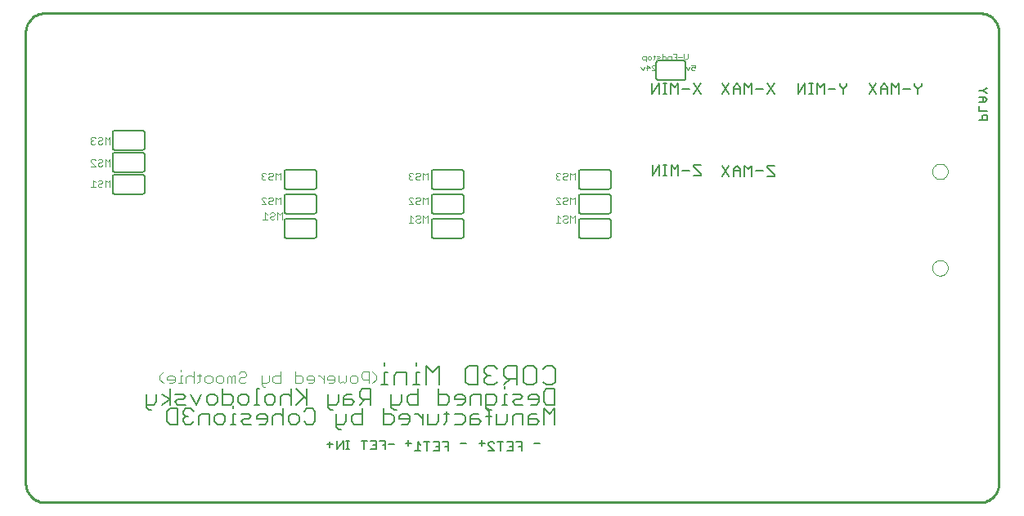
<source format=gbo>
G75*
G70*
%OFA0B0*%
%FSLAX24Y24*%
%IPPOS*%
%LPD*%
%AMOC8*
5,1,8,0,0,1.08239X$1,22.5*
%
%ADD10C,0.0100*%
%ADD11C,0.0070*%
%ADD12C,0.0020*%
%ADD13C,0.0050*%
%ADD14C,0.0040*%
%ADD15C,0.0060*%
%ADD16C,0.0000*%
D10*
X002785Y001429D02*
X002785Y019835D01*
X002787Y019889D01*
X002792Y019942D01*
X002801Y019995D01*
X002814Y020047D01*
X002830Y020099D01*
X002850Y020149D01*
X002873Y020197D01*
X002900Y020244D01*
X002929Y020289D01*
X002962Y020332D01*
X002997Y020372D01*
X003035Y020410D01*
X003075Y020445D01*
X003118Y020478D01*
X003163Y020507D01*
X003210Y020534D01*
X003258Y020557D01*
X003308Y020577D01*
X003360Y020593D01*
X003412Y020606D01*
X003465Y020615D01*
X003518Y020620D01*
X003572Y020622D01*
X041663Y020622D01*
X041717Y020620D01*
X041770Y020615D01*
X041823Y020606D01*
X041875Y020593D01*
X041927Y020577D01*
X041977Y020557D01*
X042025Y020534D01*
X042072Y020507D01*
X042117Y020478D01*
X042160Y020445D01*
X042200Y020410D01*
X042238Y020372D01*
X042273Y020332D01*
X042306Y020289D01*
X042335Y020244D01*
X042362Y020197D01*
X042385Y020149D01*
X042405Y020099D01*
X042421Y020047D01*
X042434Y019995D01*
X042443Y019942D01*
X042448Y019889D01*
X042450Y019835D01*
X042450Y001429D01*
X042448Y001375D01*
X042443Y001322D01*
X042434Y001269D01*
X042421Y001217D01*
X042405Y001165D01*
X042385Y001115D01*
X042362Y001067D01*
X042335Y001020D01*
X042306Y000975D01*
X042273Y000932D01*
X042238Y000892D01*
X042200Y000854D01*
X042160Y000819D01*
X042117Y000786D01*
X042072Y000757D01*
X042025Y000730D01*
X041977Y000707D01*
X041927Y000687D01*
X041875Y000671D01*
X041823Y000658D01*
X041770Y000649D01*
X041717Y000644D01*
X041663Y000642D01*
X003572Y000642D01*
X003518Y000644D01*
X003465Y000649D01*
X003412Y000658D01*
X003360Y000671D01*
X003308Y000687D01*
X003258Y000707D01*
X003210Y000730D01*
X003163Y000757D01*
X003118Y000786D01*
X003075Y000819D01*
X003035Y000854D01*
X002997Y000892D01*
X002962Y000932D01*
X002929Y000975D01*
X002900Y001020D01*
X002873Y001067D01*
X002850Y001115D01*
X002830Y001165D01*
X002814Y001217D01*
X002801Y001269D01*
X002792Y001322D01*
X002787Y001375D01*
X002785Y001429D01*
D11*
X017262Y005441D02*
X017526Y005441D01*
X017394Y005441D02*
X017394Y005968D01*
X017526Y005968D01*
X017394Y006232D02*
X017394Y006364D01*
X017922Y005968D02*
X017791Y005836D01*
X017791Y005441D01*
X018318Y005441D02*
X018318Y005968D01*
X017922Y005968D01*
X018714Y005968D02*
X018714Y005441D01*
X018846Y005441D02*
X018582Y005441D01*
X019110Y005441D02*
X019110Y006232D01*
X019374Y005968D01*
X019637Y006232D01*
X019637Y005441D01*
X020694Y005573D02*
X020826Y005441D01*
X021221Y005441D01*
X021221Y006232D01*
X020826Y006232D01*
X020694Y006100D01*
X020694Y005573D01*
X021486Y005573D02*
X021618Y005441D01*
X021881Y005441D01*
X022013Y005573D01*
X022278Y005441D02*
X022541Y005705D01*
X022410Y005705D02*
X022805Y005705D01*
X023070Y005573D02*
X023070Y006100D01*
X023202Y006232D01*
X023465Y006232D01*
X023597Y006100D01*
X023597Y005573D01*
X023465Y005441D01*
X023202Y005441D01*
X023070Y005573D01*
X022805Y005441D02*
X022805Y006232D01*
X022410Y006232D01*
X022278Y006100D01*
X022278Y005836D01*
X022410Y005705D01*
X022013Y006100D02*
X021881Y006232D01*
X021618Y006232D01*
X021486Y006100D01*
X021486Y005968D01*
X021618Y005836D01*
X021486Y005705D01*
X021486Y005573D01*
X021618Y005836D02*
X021750Y005836D01*
X023862Y005573D02*
X023993Y005441D01*
X024257Y005441D01*
X024389Y005573D01*
X024389Y006100D01*
X024257Y006232D01*
X023993Y006232D01*
X023862Y006100D01*
X018846Y005968D02*
X018714Y005968D01*
X018714Y006232D02*
X018714Y006364D01*
X028329Y013982D02*
X028329Y014412D01*
X028616Y014412D02*
X028329Y013982D01*
X028616Y013982D02*
X028616Y014412D01*
X028779Y014412D02*
X028923Y014412D01*
X028851Y014412D02*
X028851Y013982D01*
X028923Y013982D02*
X028779Y013982D01*
X029096Y013982D02*
X029096Y014412D01*
X029240Y014269D01*
X029383Y014412D01*
X029383Y013982D01*
X029557Y014197D02*
X029844Y014197D01*
X030017Y014340D02*
X030304Y014054D01*
X030304Y013982D01*
X030017Y013982D01*
X030017Y014340D02*
X030017Y014412D01*
X030304Y014412D01*
X031167Y014393D02*
X031453Y013963D01*
X031627Y013963D02*
X031627Y014250D01*
X031770Y014393D01*
X031914Y014250D01*
X031914Y013963D01*
X032087Y013963D02*
X032087Y014393D01*
X032231Y014250D01*
X032374Y014393D01*
X032374Y013963D01*
X032548Y014178D02*
X032835Y014178D01*
X033008Y014322D02*
X033295Y014035D01*
X033295Y013963D01*
X033008Y013963D01*
X033008Y014322D02*
X033008Y014393D01*
X033295Y014393D01*
X031914Y014178D02*
X031627Y014178D01*
X031453Y014393D02*
X031167Y013963D01*
X031167Y017313D02*
X031453Y017743D01*
X031627Y017600D02*
X031627Y017313D01*
X031453Y017313D02*
X031167Y017743D01*
X031627Y017600D02*
X031770Y017743D01*
X031914Y017600D01*
X031914Y017313D01*
X032087Y017313D02*
X032087Y017743D01*
X032231Y017600D01*
X032374Y017743D01*
X032374Y017313D01*
X032548Y017528D02*
X032835Y017528D01*
X033008Y017313D02*
X033295Y017743D01*
X033008Y017743D02*
X033295Y017313D01*
X034270Y017313D02*
X034270Y017743D01*
X034557Y017743D02*
X034270Y017313D01*
X034557Y017313D02*
X034557Y017743D01*
X034720Y017743D02*
X034864Y017743D01*
X034792Y017743D02*
X034792Y017313D01*
X034864Y017313D02*
X034720Y017313D01*
X035037Y017313D02*
X035037Y017743D01*
X035181Y017600D01*
X035324Y017743D01*
X035324Y017313D01*
X035498Y017528D02*
X035785Y017528D01*
X035958Y017672D02*
X036102Y017528D01*
X036102Y017313D01*
X036102Y017528D02*
X036245Y017672D01*
X036245Y017743D01*
X035958Y017743D02*
X035958Y017672D01*
X037167Y017743D02*
X037453Y017313D01*
X037627Y017313D02*
X037627Y017600D01*
X037770Y017743D01*
X037914Y017600D01*
X037914Y017313D01*
X038087Y017313D02*
X038087Y017743D01*
X038231Y017600D01*
X038374Y017743D01*
X038374Y017313D01*
X038548Y017528D02*
X038835Y017528D01*
X039008Y017672D02*
X039008Y017743D01*
X039008Y017672D02*
X039152Y017528D01*
X039152Y017313D01*
X039152Y017528D02*
X039295Y017672D01*
X039295Y017743D01*
X037914Y017528D02*
X037627Y017528D01*
X037453Y017743D02*
X037167Y017313D01*
X041656Y017202D02*
X041877Y017202D01*
X041987Y017092D01*
X041877Y016982D01*
X041656Y016982D01*
X041656Y016834D02*
X041656Y016613D01*
X041987Y016613D01*
X041932Y016465D02*
X041821Y016465D01*
X041766Y016410D01*
X041766Y016245D01*
X041656Y016245D02*
X041987Y016245D01*
X041987Y016410D01*
X041932Y016465D01*
X041821Y016982D02*
X041821Y017202D01*
X041932Y017350D02*
X041821Y017460D01*
X041656Y017460D01*
X041821Y017460D02*
X041932Y017570D01*
X041987Y017570D01*
X041987Y017350D02*
X041932Y017350D01*
X031914Y017528D02*
X031627Y017528D01*
X030295Y017313D02*
X030008Y017743D01*
X029835Y017528D02*
X029548Y017528D01*
X029374Y017313D02*
X029374Y017743D01*
X029231Y017600D01*
X029087Y017743D01*
X029087Y017313D01*
X028914Y017313D02*
X028770Y017313D01*
X028842Y017313D02*
X028842Y017743D01*
X028914Y017743D02*
X028770Y017743D01*
X028607Y017743D02*
X028320Y017313D01*
X028320Y017743D01*
X028607Y017743D02*
X028607Y017313D01*
X030008Y017313D02*
X030295Y017743D01*
D12*
X030033Y018285D02*
X030070Y018321D01*
X030033Y018285D02*
X029960Y018285D01*
X029923Y018321D01*
X029923Y018395D01*
X029960Y018432D01*
X029997Y018432D01*
X030070Y018395D01*
X030070Y018505D01*
X029923Y018505D01*
X029849Y018432D02*
X029776Y018285D01*
X029702Y018432D01*
X029684Y018722D02*
X029611Y018796D01*
X029611Y018942D01*
X029537Y018832D02*
X029390Y018832D01*
X029316Y018832D02*
X029242Y018832D01*
X029316Y018722D02*
X029169Y018722D01*
X029095Y018722D02*
X029095Y018869D01*
X028984Y018869D01*
X028948Y018832D01*
X028948Y018722D01*
X028874Y018759D02*
X028874Y018832D01*
X028837Y018869D01*
X028727Y018869D01*
X028727Y018942D02*
X028727Y018722D01*
X028837Y018722D01*
X028874Y018759D01*
X028653Y018722D02*
X028542Y018722D01*
X028506Y018759D01*
X028542Y018796D01*
X028616Y018796D01*
X028653Y018832D01*
X028616Y018869D01*
X028506Y018869D01*
X028432Y018869D02*
X028358Y018869D01*
X028395Y018906D02*
X028395Y018759D01*
X028358Y018722D01*
X028284Y018759D02*
X028248Y018722D01*
X028174Y018722D01*
X028137Y018759D01*
X028137Y018832D01*
X028174Y018869D01*
X028248Y018869D01*
X028284Y018832D01*
X028284Y018759D01*
X028063Y018722D02*
X027953Y018722D01*
X027916Y018759D01*
X027916Y018832D01*
X027953Y018869D01*
X028063Y018869D01*
X028063Y018649D01*
X028114Y018505D02*
X028224Y018395D01*
X028077Y018395D01*
X028003Y018432D02*
X027930Y018285D01*
X027856Y018432D01*
X028114Y018505D02*
X028114Y018285D01*
X028298Y018285D02*
X028445Y018285D01*
X028298Y018432D01*
X028298Y018468D01*
X028335Y018505D01*
X028408Y018505D01*
X028445Y018468D01*
X029316Y018722D02*
X029316Y018942D01*
X029169Y018942D01*
X029684Y018722D02*
X029758Y018796D01*
X029758Y018942D01*
D13*
X021376Y003179D02*
X021376Y002946D01*
X021493Y003062D02*
X021259Y003062D01*
X021654Y003054D02*
X021712Y003113D01*
X021829Y003113D01*
X021888Y003054D01*
X022022Y003113D02*
X022256Y003113D01*
X022139Y003113D02*
X022139Y002762D01*
X021888Y002762D02*
X021654Y002996D01*
X021654Y003054D01*
X021654Y002762D02*
X021888Y002762D01*
X022391Y002762D02*
X022624Y002762D01*
X022624Y003113D01*
X022391Y003113D01*
X022507Y002937D02*
X022624Y002937D01*
X022759Y003113D02*
X022993Y003113D01*
X022993Y002762D01*
X022993Y002937D02*
X022876Y002937D01*
X023509Y003062D02*
X023743Y003062D01*
X020743Y003062D02*
X020509Y003062D01*
X019993Y003113D02*
X019993Y002762D01*
X019993Y002937D02*
X019876Y002937D01*
X019993Y003113D02*
X019759Y003113D01*
X019624Y003113D02*
X019624Y002762D01*
X019391Y002762D01*
X019507Y002937D02*
X019624Y002937D01*
X019624Y003113D02*
X019391Y003113D01*
X019256Y003113D02*
X019022Y003113D01*
X019139Y003113D02*
X019139Y002762D01*
X018888Y002762D02*
X018654Y002762D01*
X018771Y002762D02*
X018771Y003113D01*
X018888Y002996D01*
X018493Y003062D02*
X018259Y003062D01*
X018376Y002946D02*
X018376Y003179D01*
X017793Y003012D02*
X017559Y003012D01*
X017443Y002987D02*
X017326Y002987D01*
X017443Y002812D02*
X017443Y003163D01*
X017209Y003163D01*
X017074Y003163D02*
X017074Y002812D01*
X016841Y002812D01*
X016957Y002987D02*
X017074Y002987D01*
X017074Y003163D02*
X016841Y003163D01*
X016706Y003163D02*
X016472Y003163D01*
X016589Y003163D02*
X016589Y002812D01*
X015969Y002812D02*
X015852Y002812D01*
X015911Y002812D02*
X015911Y003163D01*
X015969Y003163D02*
X015852Y003163D01*
X015724Y003163D02*
X015490Y002812D01*
X015490Y003163D01*
X015724Y003163D02*
X015724Y002812D01*
X015293Y003012D02*
X015059Y003012D01*
X015176Y002896D02*
X015176Y003129D01*
D14*
X012545Y005366D02*
X012469Y005366D01*
X012392Y005443D01*
X012392Y005827D01*
X012699Y005827D02*
X012699Y005597D01*
X012622Y005520D01*
X012392Y005520D01*
X012852Y005597D02*
X012852Y005750D01*
X012929Y005827D01*
X013159Y005827D01*
X013159Y005980D02*
X013159Y005520D01*
X012929Y005520D01*
X012852Y005597D01*
X013773Y005520D02*
X013773Y005980D01*
X013773Y005827D02*
X014003Y005827D01*
X014080Y005750D01*
X014080Y005597D01*
X014003Y005520D01*
X013773Y005520D01*
X014233Y005673D02*
X014233Y005750D01*
X014310Y005827D01*
X014464Y005827D01*
X014540Y005750D01*
X014540Y005597D01*
X014464Y005520D01*
X014310Y005520D01*
X014233Y005673D02*
X014540Y005673D01*
X014694Y005827D02*
X014771Y005827D01*
X014924Y005673D01*
X014924Y005520D02*
X014924Y005827D01*
X015077Y005750D02*
X015077Y005673D01*
X015384Y005673D01*
X015384Y005597D02*
X015384Y005750D01*
X015308Y005827D01*
X015154Y005827D01*
X015077Y005750D01*
X015154Y005520D02*
X015308Y005520D01*
X015384Y005597D01*
X015538Y005597D02*
X015538Y005827D01*
X015538Y005597D02*
X015615Y005520D01*
X015691Y005597D01*
X015768Y005520D01*
X015845Y005597D01*
X015845Y005827D01*
X015998Y005750D02*
X016075Y005827D01*
X016228Y005827D01*
X016305Y005750D01*
X016305Y005597D01*
X016228Y005520D01*
X016075Y005520D01*
X015998Y005597D01*
X015998Y005750D01*
X016459Y005750D02*
X016535Y005673D01*
X016766Y005673D01*
X016766Y005520D02*
X016766Y005980D01*
X016535Y005980D01*
X016459Y005903D01*
X016459Y005750D01*
X016919Y005980D02*
X017073Y005827D01*
X017073Y005673D01*
X016919Y005520D01*
X011778Y005597D02*
X011701Y005520D01*
X011548Y005520D01*
X011471Y005597D01*
X011471Y005673D01*
X011548Y005750D01*
X011701Y005750D01*
X011778Y005827D01*
X011778Y005903D01*
X011701Y005980D01*
X011548Y005980D01*
X011471Y005903D01*
X011318Y005827D02*
X011241Y005827D01*
X011164Y005750D01*
X011087Y005827D01*
X011011Y005750D01*
X011011Y005520D01*
X011164Y005520D02*
X011164Y005750D01*
X011318Y005827D02*
X011318Y005520D01*
X010857Y005597D02*
X010857Y005750D01*
X010780Y005827D01*
X010627Y005827D01*
X010550Y005750D01*
X010550Y005597D01*
X010627Y005520D01*
X010780Y005520D01*
X010857Y005597D01*
X010397Y005597D02*
X010397Y005750D01*
X010320Y005827D01*
X010167Y005827D01*
X010090Y005750D01*
X010090Y005597D01*
X010167Y005520D01*
X010320Y005520D01*
X010397Y005597D01*
X009936Y005827D02*
X009783Y005827D01*
X009860Y005903D02*
X009860Y005597D01*
X009783Y005520D01*
X009629Y005520D02*
X009629Y005980D01*
X009553Y005827D02*
X009399Y005827D01*
X009323Y005750D01*
X009323Y005520D01*
X009169Y005520D02*
X009016Y005520D01*
X009092Y005520D02*
X009092Y005827D01*
X009169Y005827D01*
X009092Y005980D02*
X009092Y006057D01*
X008785Y005827D02*
X008632Y005827D01*
X008555Y005750D01*
X008555Y005673D01*
X008862Y005673D01*
X008862Y005597D02*
X008862Y005750D01*
X008785Y005827D01*
X008862Y005597D02*
X008785Y005520D01*
X008632Y005520D01*
X008402Y005520D02*
X008248Y005673D01*
X008248Y005827D01*
X008402Y005980D01*
X009553Y005827D02*
X009629Y005750D01*
X018392Y012073D02*
X018578Y012073D01*
X018485Y012073D02*
X018485Y012353D01*
X018578Y012260D01*
X018686Y012307D02*
X018733Y012353D01*
X018826Y012353D01*
X018873Y012307D01*
X018873Y012260D01*
X018826Y012213D01*
X018733Y012213D01*
X018686Y012166D01*
X018686Y012120D01*
X018733Y012073D01*
X018826Y012073D01*
X018873Y012120D01*
X018981Y012073D02*
X018981Y012353D01*
X019074Y012260D01*
X019168Y012353D01*
X019168Y012073D01*
X019168Y012823D02*
X019168Y013103D01*
X019074Y013010D01*
X018981Y013103D01*
X018981Y012823D01*
X018873Y012870D02*
X018826Y012823D01*
X018733Y012823D01*
X018686Y012870D01*
X018686Y012916D01*
X018733Y012963D01*
X018826Y012963D01*
X018873Y013010D01*
X018873Y013057D01*
X018826Y013103D01*
X018733Y013103D01*
X018686Y013057D01*
X018578Y013057D02*
X018532Y013103D01*
X018438Y013103D01*
X018392Y013057D01*
X018392Y013010D01*
X018578Y012823D01*
X018392Y012823D01*
X018438Y013823D02*
X018532Y013823D01*
X018578Y013870D01*
X018686Y013870D02*
X018733Y013823D01*
X018826Y013823D01*
X018873Y013870D01*
X018826Y013963D02*
X018733Y013963D01*
X018686Y013916D01*
X018686Y013870D01*
X018826Y013963D02*
X018873Y014010D01*
X018873Y014057D01*
X018826Y014103D01*
X018733Y014103D01*
X018686Y014057D01*
X018578Y014057D02*
X018532Y014103D01*
X018438Y014103D01*
X018392Y014057D01*
X018392Y014010D01*
X018438Y013963D01*
X018392Y013916D01*
X018392Y013870D01*
X018438Y013823D01*
X018438Y013963D02*
X018485Y013963D01*
X018981Y014103D02*
X018981Y013823D01*
X019168Y013823D02*
X019168Y014103D01*
X019074Y014010D01*
X018981Y014103D01*
X024392Y014057D02*
X024392Y014010D01*
X024438Y013963D01*
X024392Y013916D01*
X024392Y013870D01*
X024438Y013823D01*
X024532Y013823D01*
X024578Y013870D01*
X024686Y013870D02*
X024686Y013916D01*
X024733Y013963D01*
X024826Y013963D01*
X024873Y014010D01*
X024873Y014057D01*
X024826Y014103D01*
X024733Y014103D01*
X024686Y014057D01*
X024578Y014057D02*
X024532Y014103D01*
X024438Y014103D01*
X024392Y014057D01*
X024438Y013963D02*
X024485Y013963D01*
X024686Y013870D02*
X024733Y013823D01*
X024826Y013823D01*
X024873Y013870D01*
X024981Y013823D02*
X024981Y014103D01*
X025074Y014010D01*
X025168Y014103D01*
X025168Y013823D01*
X025168Y013103D02*
X025074Y013010D01*
X024981Y013103D01*
X024981Y012823D01*
X024873Y012870D02*
X024826Y012823D01*
X024733Y012823D01*
X024686Y012870D01*
X024686Y012916D01*
X024733Y012963D01*
X024826Y012963D01*
X024873Y013010D01*
X024873Y013057D01*
X024826Y013103D01*
X024733Y013103D01*
X024686Y013057D01*
X024578Y013057D02*
X024532Y013103D01*
X024438Y013103D01*
X024392Y013057D01*
X024392Y013010D01*
X024578Y012823D01*
X024392Y012823D01*
X024485Y012353D02*
X024485Y012073D01*
X024578Y012073D02*
X024392Y012073D01*
X024578Y012260D02*
X024485Y012353D01*
X024686Y012307D02*
X024733Y012353D01*
X024826Y012353D01*
X024873Y012307D01*
X024873Y012260D01*
X024826Y012213D01*
X024733Y012213D01*
X024686Y012166D01*
X024686Y012120D01*
X024733Y012073D01*
X024826Y012073D01*
X024873Y012120D01*
X024981Y012073D02*
X024981Y012353D01*
X025074Y012260D01*
X025168Y012353D01*
X025168Y012073D01*
X025168Y012823D02*
X025168Y013103D01*
X013230Y012478D02*
X013137Y012385D01*
X013043Y012478D01*
X013043Y012198D01*
X012936Y012245D02*
X012889Y012198D01*
X012795Y012198D01*
X012749Y012245D01*
X012749Y012291D01*
X012795Y012338D01*
X012889Y012338D01*
X012936Y012385D01*
X012936Y012432D01*
X012889Y012478D01*
X012795Y012478D01*
X012749Y012432D01*
X012641Y012385D02*
X012547Y012478D01*
X012547Y012198D01*
X012454Y012198D02*
X012641Y012198D01*
X013230Y012198D02*
X013230Y012478D01*
X013168Y012823D02*
X013168Y013103D01*
X013074Y013010D01*
X012981Y013103D01*
X012981Y012823D01*
X012873Y012870D02*
X012826Y012823D01*
X012733Y012823D01*
X012686Y012870D01*
X012686Y012916D01*
X012733Y012963D01*
X012826Y012963D01*
X012873Y013010D01*
X012873Y013057D01*
X012826Y013103D01*
X012733Y013103D01*
X012686Y013057D01*
X012578Y013057D02*
X012532Y013103D01*
X012438Y013103D01*
X012392Y013057D01*
X012392Y013010D01*
X012578Y012823D01*
X012392Y012823D01*
X012438Y013823D02*
X012532Y013823D01*
X012578Y013870D01*
X012686Y013870D02*
X012733Y013823D01*
X012826Y013823D01*
X012873Y013870D01*
X012826Y013963D02*
X012733Y013963D01*
X012686Y013916D01*
X012686Y013870D01*
X012826Y013963D02*
X012873Y014010D01*
X012873Y014057D01*
X012826Y014103D01*
X012733Y014103D01*
X012686Y014057D01*
X012578Y014057D02*
X012532Y014103D01*
X012438Y014103D01*
X012392Y014057D01*
X012392Y014010D01*
X012438Y013963D01*
X012392Y013916D01*
X012392Y013870D01*
X012438Y013823D01*
X012438Y013963D02*
X012485Y013963D01*
X012981Y014103D02*
X012981Y013823D01*
X013168Y013823D02*
X013168Y014103D01*
X013074Y014010D01*
X012981Y014103D01*
X006218Y014373D02*
X006218Y014653D01*
X006124Y014560D01*
X006031Y014653D01*
X006031Y014373D01*
X005923Y014420D02*
X005876Y014373D01*
X005783Y014373D01*
X005736Y014420D01*
X005736Y014466D01*
X005783Y014513D01*
X005876Y014513D01*
X005923Y014560D01*
X005923Y014607D01*
X005876Y014653D01*
X005783Y014653D01*
X005736Y014607D01*
X005628Y014607D02*
X005582Y014653D01*
X005488Y014653D01*
X005442Y014607D01*
X005442Y014560D01*
X005628Y014373D01*
X005442Y014373D01*
X005535Y013803D02*
X005535Y013523D01*
X005628Y013523D02*
X005442Y013523D01*
X005628Y013710D02*
X005535Y013803D01*
X005736Y013757D02*
X005783Y013803D01*
X005876Y013803D01*
X005923Y013757D01*
X005923Y013710D01*
X005876Y013663D01*
X005783Y013663D01*
X005736Y013616D01*
X005736Y013570D01*
X005783Y013523D01*
X005876Y013523D01*
X005923Y013570D01*
X006031Y013523D02*
X006031Y013803D01*
X006124Y013710D01*
X006218Y013803D01*
X006218Y013523D01*
X006218Y015273D02*
X006218Y015553D01*
X006124Y015460D01*
X006031Y015553D01*
X006031Y015273D01*
X005923Y015320D02*
X005876Y015273D01*
X005783Y015273D01*
X005736Y015320D01*
X005736Y015366D01*
X005783Y015413D01*
X005876Y015413D01*
X005923Y015460D01*
X005923Y015507D01*
X005876Y015553D01*
X005783Y015553D01*
X005736Y015507D01*
X005628Y015507D02*
X005582Y015553D01*
X005488Y015553D01*
X005442Y015507D01*
X005442Y015460D01*
X005488Y015413D01*
X005442Y015366D01*
X005442Y015320D01*
X005488Y015273D01*
X005582Y015273D01*
X005628Y015320D01*
X005535Y015413D02*
X005488Y015413D01*
D15*
X006330Y015137D02*
X006330Y015737D01*
X006332Y015754D01*
X006336Y015771D01*
X006343Y015787D01*
X006353Y015801D01*
X006366Y015814D01*
X006380Y015824D01*
X006396Y015831D01*
X006413Y015835D01*
X006430Y015837D01*
X007530Y015837D01*
X007547Y015835D01*
X007564Y015831D01*
X007580Y015824D01*
X007594Y015814D01*
X007607Y015801D01*
X007617Y015787D01*
X007624Y015771D01*
X007628Y015754D01*
X007630Y015737D01*
X007630Y015137D01*
X007628Y015120D01*
X007624Y015103D01*
X007617Y015087D01*
X007607Y015073D01*
X007594Y015060D01*
X007580Y015050D01*
X007564Y015043D01*
X007547Y015039D01*
X007530Y015037D01*
X006430Y015037D01*
X006430Y014937D02*
X007530Y014937D01*
X007547Y014935D01*
X007564Y014931D01*
X007580Y014924D01*
X007594Y014914D01*
X007607Y014901D01*
X007617Y014887D01*
X007624Y014871D01*
X007628Y014854D01*
X007630Y014837D01*
X007630Y014237D01*
X007628Y014220D01*
X007624Y014203D01*
X007617Y014187D01*
X007607Y014173D01*
X007594Y014160D01*
X007580Y014150D01*
X007564Y014143D01*
X007547Y014139D01*
X007530Y014137D01*
X006430Y014137D01*
X006430Y014037D02*
X007530Y014037D01*
X007547Y014035D01*
X007564Y014031D01*
X007580Y014024D01*
X007594Y014014D01*
X007607Y014001D01*
X007617Y013987D01*
X007624Y013971D01*
X007628Y013954D01*
X007630Y013937D01*
X007630Y013337D01*
X007628Y013320D01*
X007624Y013303D01*
X007617Y013287D01*
X007607Y013273D01*
X007594Y013260D01*
X007580Y013250D01*
X007564Y013243D01*
X007547Y013239D01*
X007530Y013237D01*
X006430Y013237D01*
X006413Y013239D01*
X006396Y013243D01*
X006380Y013250D01*
X006366Y013260D01*
X006353Y013273D01*
X006343Y013287D01*
X006336Y013303D01*
X006332Y013320D01*
X006330Y013337D01*
X006330Y013937D01*
X006332Y013954D01*
X006336Y013971D01*
X006343Y013987D01*
X006353Y014001D01*
X006366Y014014D01*
X006380Y014024D01*
X006396Y014031D01*
X006413Y014035D01*
X006430Y014037D01*
X006430Y014137D02*
X006413Y014139D01*
X006396Y014143D01*
X006380Y014150D01*
X006366Y014160D01*
X006353Y014173D01*
X006343Y014187D01*
X006336Y014203D01*
X006332Y014220D01*
X006330Y014237D01*
X006330Y014837D01*
X006332Y014854D01*
X006336Y014871D01*
X006343Y014887D01*
X006353Y014901D01*
X006366Y014914D01*
X006380Y014924D01*
X006396Y014931D01*
X006413Y014935D01*
X006430Y014937D01*
X006430Y015037D02*
X006413Y015039D01*
X006396Y015043D01*
X006380Y015050D01*
X006366Y015060D01*
X006353Y015073D01*
X006343Y015087D01*
X006336Y015103D01*
X006332Y015120D01*
X006330Y015137D01*
X013330Y014137D02*
X013330Y013537D01*
X013332Y013520D01*
X013336Y013503D01*
X013343Y013487D01*
X013353Y013473D01*
X013366Y013460D01*
X013380Y013450D01*
X013396Y013443D01*
X013413Y013439D01*
X013430Y013437D01*
X014530Y013437D01*
X014547Y013439D01*
X014564Y013443D01*
X014580Y013450D01*
X014594Y013460D01*
X014607Y013473D01*
X014617Y013487D01*
X014624Y013503D01*
X014628Y013520D01*
X014630Y013537D01*
X014630Y014137D01*
X014628Y014154D01*
X014624Y014171D01*
X014617Y014187D01*
X014607Y014201D01*
X014594Y014214D01*
X014580Y014224D01*
X014564Y014231D01*
X014547Y014235D01*
X014530Y014237D01*
X013430Y014237D01*
X013413Y014235D01*
X013396Y014231D01*
X013380Y014224D01*
X013366Y014214D01*
X013353Y014201D01*
X013343Y014187D01*
X013336Y014171D01*
X013332Y014154D01*
X013330Y014137D01*
X013430Y013237D02*
X014530Y013237D01*
X014547Y013235D01*
X014564Y013231D01*
X014580Y013224D01*
X014594Y013214D01*
X014607Y013201D01*
X014617Y013187D01*
X014624Y013171D01*
X014628Y013154D01*
X014630Y013137D01*
X014630Y012537D01*
X014628Y012520D01*
X014624Y012503D01*
X014617Y012487D01*
X014607Y012473D01*
X014594Y012460D01*
X014580Y012450D01*
X014564Y012443D01*
X014547Y012439D01*
X014530Y012437D01*
X013430Y012437D01*
X013413Y012439D01*
X013396Y012443D01*
X013380Y012450D01*
X013366Y012460D01*
X013353Y012473D01*
X013343Y012487D01*
X013336Y012503D01*
X013332Y012520D01*
X013330Y012537D01*
X013330Y013137D01*
X013332Y013154D01*
X013336Y013171D01*
X013343Y013187D01*
X013353Y013201D01*
X013366Y013214D01*
X013380Y013224D01*
X013396Y013231D01*
X013413Y013235D01*
X013430Y013237D01*
X013430Y012237D02*
X014530Y012237D01*
X014547Y012235D01*
X014564Y012231D01*
X014580Y012224D01*
X014594Y012214D01*
X014607Y012201D01*
X014617Y012187D01*
X014624Y012171D01*
X014628Y012154D01*
X014630Y012137D01*
X014630Y011537D01*
X014628Y011520D01*
X014624Y011503D01*
X014617Y011487D01*
X014607Y011473D01*
X014594Y011460D01*
X014580Y011450D01*
X014564Y011443D01*
X014547Y011439D01*
X014530Y011437D01*
X013430Y011437D01*
X013413Y011439D01*
X013396Y011443D01*
X013380Y011450D01*
X013366Y011460D01*
X013353Y011473D01*
X013343Y011487D01*
X013336Y011503D01*
X013332Y011520D01*
X013330Y011537D01*
X013330Y012137D01*
X013332Y012154D01*
X013336Y012171D01*
X013343Y012187D01*
X013353Y012201D01*
X013366Y012214D01*
X013380Y012224D01*
X013396Y012231D01*
X013413Y012235D01*
X013430Y012237D01*
X019330Y012137D02*
X019330Y011537D01*
X019332Y011520D01*
X019336Y011503D01*
X019343Y011487D01*
X019353Y011473D01*
X019366Y011460D01*
X019380Y011450D01*
X019396Y011443D01*
X019413Y011439D01*
X019430Y011437D01*
X020530Y011437D01*
X020547Y011439D01*
X020564Y011443D01*
X020580Y011450D01*
X020594Y011460D01*
X020607Y011473D01*
X020617Y011487D01*
X020624Y011503D01*
X020628Y011520D01*
X020630Y011537D01*
X020630Y012137D01*
X020628Y012154D01*
X020624Y012171D01*
X020617Y012187D01*
X020607Y012201D01*
X020594Y012214D01*
X020580Y012224D01*
X020564Y012231D01*
X020547Y012235D01*
X020530Y012237D01*
X019430Y012237D01*
X019413Y012235D01*
X019396Y012231D01*
X019380Y012224D01*
X019366Y012214D01*
X019353Y012201D01*
X019343Y012187D01*
X019336Y012171D01*
X019332Y012154D01*
X019330Y012137D01*
X019430Y012437D02*
X020530Y012437D01*
X020547Y012439D01*
X020564Y012443D01*
X020580Y012450D01*
X020594Y012460D01*
X020607Y012473D01*
X020617Y012487D01*
X020624Y012503D01*
X020628Y012520D01*
X020630Y012537D01*
X020630Y013137D01*
X020628Y013154D01*
X020624Y013171D01*
X020617Y013187D01*
X020607Y013201D01*
X020594Y013214D01*
X020580Y013224D01*
X020564Y013231D01*
X020547Y013235D01*
X020530Y013237D01*
X019430Y013237D01*
X019413Y013235D01*
X019396Y013231D01*
X019380Y013224D01*
X019366Y013214D01*
X019353Y013201D01*
X019343Y013187D01*
X019336Y013171D01*
X019332Y013154D01*
X019330Y013137D01*
X019330Y012537D01*
X019332Y012520D01*
X019336Y012503D01*
X019343Y012487D01*
X019353Y012473D01*
X019366Y012460D01*
X019380Y012450D01*
X019396Y012443D01*
X019413Y012439D01*
X019430Y012437D01*
X019430Y013437D02*
X020530Y013437D01*
X020547Y013439D01*
X020564Y013443D01*
X020580Y013450D01*
X020594Y013460D01*
X020607Y013473D01*
X020617Y013487D01*
X020624Y013503D01*
X020628Y013520D01*
X020630Y013537D01*
X020630Y014137D01*
X020628Y014154D01*
X020624Y014171D01*
X020617Y014187D01*
X020607Y014201D01*
X020594Y014214D01*
X020580Y014224D01*
X020564Y014231D01*
X020547Y014235D01*
X020530Y014237D01*
X019430Y014237D01*
X019413Y014235D01*
X019396Y014231D01*
X019380Y014224D01*
X019366Y014214D01*
X019353Y014201D01*
X019343Y014187D01*
X019336Y014171D01*
X019332Y014154D01*
X019330Y014137D01*
X019330Y013537D01*
X019332Y013520D01*
X019336Y013503D01*
X019343Y013487D01*
X019353Y013473D01*
X019366Y013460D01*
X019380Y013450D01*
X019396Y013443D01*
X019413Y013439D01*
X019430Y013437D01*
X025330Y013537D02*
X025330Y014137D01*
X025332Y014154D01*
X025336Y014171D01*
X025343Y014187D01*
X025353Y014201D01*
X025366Y014214D01*
X025380Y014224D01*
X025396Y014231D01*
X025413Y014235D01*
X025430Y014237D01*
X026530Y014237D01*
X026547Y014235D01*
X026564Y014231D01*
X026580Y014224D01*
X026594Y014214D01*
X026607Y014201D01*
X026617Y014187D01*
X026624Y014171D01*
X026628Y014154D01*
X026630Y014137D01*
X026630Y013537D01*
X026628Y013520D01*
X026624Y013503D01*
X026617Y013487D01*
X026607Y013473D01*
X026594Y013460D01*
X026580Y013450D01*
X026564Y013443D01*
X026547Y013439D01*
X026530Y013437D01*
X025430Y013437D01*
X025413Y013439D01*
X025396Y013443D01*
X025380Y013450D01*
X025366Y013460D01*
X025353Y013473D01*
X025343Y013487D01*
X025336Y013503D01*
X025332Y013520D01*
X025330Y013537D01*
X025430Y013237D02*
X026530Y013237D01*
X026547Y013235D01*
X026564Y013231D01*
X026580Y013224D01*
X026594Y013214D01*
X026607Y013201D01*
X026617Y013187D01*
X026624Y013171D01*
X026628Y013154D01*
X026630Y013137D01*
X026630Y012537D01*
X026628Y012520D01*
X026624Y012503D01*
X026617Y012487D01*
X026607Y012473D01*
X026594Y012460D01*
X026580Y012450D01*
X026564Y012443D01*
X026547Y012439D01*
X026530Y012437D01*
X025430Y012437D01*
X025413Y012439D01*
X025396Y012443D01*
X025380Y012450D01*
X025366Y012460D01*
X025353Y012473D01*
X025343Y012487D01*
X025336Y012503D01*
X025332Y012520D01*
X025330Y012537D01*
X025330Y013137D01*
X025332Y013154D01*
X025336Y013171D01*
X025343Y013187D01*
X025353Y013201D01*
X025366Y013214D01*
X025380Y013224D01*
X025396Y013231D01*
X025413Y013235D01*
X025430Y013237D01*
X025430Y012237D02*
X026530Y012237D01*
X026547Y012235D01*
X026564Y012231D01*
X026580Y012224D01*
X026594Y012214D01*
X026607Y012201D01*
X026617Y012187D01*
X026624Y012171D01*
X026628Y012154D01*
X026630Y012137D01*
X026630Y011537D01*
X026628Y011520D01*
X026624Y011503D01*
X026617Y011487D01*
X026607Y011473D01*
X026594Y011460D01*
X026580Y011450D01*
X026564Y011443D01*
X026547Y011439D01*
X026530Y011437D01*
X025430Y011437D01*
X025413Y011439D01*
X025396Y011443D01*
X025380Y011450D01*
X025366Y011460D01*
X025353Y011473D01*
X025343Y011487D01*
X025336Y011503D01*
X025332Y011520D01*
X025330Y011537D01*
X025330Y012137D01*
X025332Y012154D01*
X025336Y012171D01*
X025343Y012187D01*
X025353Y012201D01*
X025366Y012214D01*
X025380Y012224D01*
X025396Y012231D01*
X025413Y012235D01*
X025430Y012237D01*
X028580Y017887D02*
X029580Y017887D01*
X029597Y017889D01*
X029614Y017893D01*
X029630Y017900D01*
X029644Y017910D01*
X029657Y017923D01*
X029667Y017937D01*
X029674Y017953D01*
X029678Y017970D01*
X029680Y017987D01*
X029680Y018587D01*
X029678Y018604D01*
X029674Y018621D01*
X029667Y018637D01*
X029657Y018651D01*
X029644Y018664D01*
X029630Y018674D01*
X029614Y018681D01*
X029597Y018685D01*
X029580Y018687D01*
X028580Y018687D01*
X028563Y018685D01*
X028546Y018681D01*
X028530Y018674D01*
X028516Y018664D01*
X028503Y018651D01*
X028493Y018637D01*
X028486Y018621D01*
X028482Y018604D01*
X028480Y018587D01*
X028480Y017987D01*
X028482Y017970D01*
X028486Y017953D01*
X028493Y017937D01*
X028503Y017923D01*
X028516Y017910D01*
X028530Y017900D01*
X028546Y017893D01*
X028563Y017889D01*
X028580Y017887D01*
X024344Y005277D02*
X024023Y005277D01*
X023917Y005170D01*
X023917Y004743D01*
X024023Y004636D01*
X024344Y004636D01*
X024344Y005277D01*
X023699Y004956D02*
X023592Y005063D01*
X023379Y005063D01*
X023272Y004956D01*
X023272Y004850D01*
X023699Y004850D01*
X023699Y004956D02*
X023699Y004743D01*
X023592Y004636D01*
X023379Y004636D01*
X023055Y004636D02*
X022734Y004636D01*
X022628Y004743D01*
X022734Y004850D01*
X022948Y004850D01*
X023055Y004956D01*
X022948Y005063D01*
X022628Y005063D01*
X022410Y005063D02*
X022303Y005063D01*
X022303Y004636D01*
X022197Y004636D02*
X022410Y004636D01*
X021980Y004743D02*
X021980Y004956D01*
X021874Y005063D01*
X021553Y005063D01*
X021553Y004529D01*
X021660Y004423D01*
X021767Y004423D01*
X021659Y004370D02*
X021552Y004477D01*
X021659Y004370D02*
X021659Y003836D01*
X021983Y003836D02*
X021983Y004263D01*
X021766Y004156D02*
X021552Y004156D01*
X021336Y003943D02*
X021229Y004050D01*
X020909Y004050D01*
X020909Y004156D02*
X020909Y003836D01*
X021229Y003836D01*
X021336Y003943D01*
X021016Y004263D02*
X020909Y004156D01*
X021016Y004263D02*
X021229Y004263D01*
X020691Y004156D02*
X020691Y003943D01*
X020585Y003836D01*
X020264Y003836D01*
X019940Y003943D02*
X019833Y003836D01*
X019940Y003943D02*
X019940Y004370D01*
X020047Y004263D02*
X019833Y004263D01*
X019617Y004263D02*
X019617Y003943D01*
X019510Y003836D01*
X019190Y003836D01*
X019190Y004263D01*
X018973Y004263D02*
X018973Y003836D01*
X018973Y004050D02*
X018759Y004263D01*
X018652Y004263D01*
X018435Y004156D02*
X018329Y004263D01*
X018115Y004263D01*
X018008Y004156D01*
X018008Y004050D01*
X018435Y004050D01*
X018435Y004156D02*
X018435Y003943D01*
X018329Y003836D01*
X018115Y003836D01*
X017791Y003943D02*
X017791Y004156D01*
X017684Y004263D01*
X017364Y004263D01*
X017364Y004477D02*
X017364Y003836D01*
X017684Y003836D01*
X017791Y003943D01*
X017793Y004423D02*
X017900Y004423D01*
X017793Y004423D02*
X017686Y004529D01*
X017686Y005063D01*
X018113Y005063D02*
X018113Y004743D01*
X018006Y004636D01*
X017686Y004636D01*
X018331Y004743D02*
X018331Y004956D01*
X018437Y005063D01*
X018758Y005063D01*
X018758Y005277D02*
X018758Y004636D01*
X018437Y004636D01*
X018331Y004743D01*
X019620Y004636D02*
X019620Y005277D01*
X019620Y005063D02*
X019940Y005063D01*
X020047Y004956D01*
X020047Y004743D01*
X019940Y004636D01*
X019620Y004636D01*
X020264Y004850D02*
X020691Y004850D01*
X020691Y004956D02*
X020585Y005063D01*
X020371Y005063D01*
X020264Y004956D01*
X020264Y004850D01*
X020371Y004636D02*
X020585Y004636D01*
X020691Y004743D01*
X020691Y004956D01*
X020909Y004956D02*
X020909Y004636D01*
X020909Y004956D02*
X021016Y005063D01*
X021336Y005063D01*
X021336Y004636D01*
X021553Y004636D02*
X021874Y004636D01*
X021980Y004743D01*
X022410Y004263D02*
X022410Y003943D01*
X022303Y003836D01*
X021983Y003836D01*
X022628Y003836D02*
X022628Y004156D01*
X022734Y004263D01*
X023055Y004263D01*
X023055Y003836D01*
X023272Y003836D02*
X023272Y004156D01*
X023379Y004263D01*
X023592Y004263D01*
X023592Y004050D02*
X023272Y004050D01*
X023272Y003836D02*
X023592Y003836D01*
X023699Y003943D01*
X023592Y004050D01*
X023917Y003836D02*
X023917Y004477D01*
X024130Y004263D01*
X024344Y004477D01*
X024344Y003836D01*
X022303Y005277D02*
X022303Y005383D01*
X020691Y004156D02*
X020585Y004263D01*
X020264Y004263D01*
X016824Y004636D02*
X016824Y005277D01*
X016504Y005277D01*
X016397Y005170D01*
X016397Y004956D01*
X016504Y004850D01*
X016824Y004850D01*
X016610Y004850D02*
X016397Y004636D01*
X016502Y004477D02*
X016502Y003836D01*
X016181Y003836D01*
X016075Y003943D01*
X016075Y004156D01*
X016181Y004263D01*
X016502Y004263D01*
X015857Y004263D02*
X015857Y003943D01*
X015750Y003836D01*
X015430Y003836D01*
X015430Y003729D02*
X015537Y003623D01*
X015644Y003623D01*
X015430Y003729D02*
X015430Y004263D01*
X015321Y004423D02*
X015215Y004423D01*
X015108Y004529D01*
X015108Y005063D01*
X015535Y005063D02*
X015535Y004743D01*
X015428Y004636D01*
X015108Y004636D01*
X014568Y004370D02*
X014461Y004477D01*
X014248Y004477D01*
X014141Y004370D01*
X013924Y004156D02*
X013924Y003943D01*
X013817Y003836D01*
X013603Y003836D01*
X013496Y003943D01*
X013496Y004156D01*
X013603Y004263D01*
X013817Y004263D01*
X013924Y004156D01*
X014141Y003943D02*
X014248Y003836D01*
X014461Y003836D01*
X014568Y003943D01*
X014568Y004370D01*
X014246Y004636D02*
X014246Y005277D01*
X014246Y004850D02*
X013819Y005277D01*
X013601Y005277D02*
X013601Y004636D01*
X013819Y004636D02*
X014139Y004956D01*
X013601Y004956D02*
X013494Y005063D01*
X013281Y005063D01*
X013174Y004956D01*
X013174Y004636D01*
X013279Y004477D02*
X013279Y003836D01*
X013279Y004156D02*
X013172Y004263D01*
X012959Y004263D01*
X012852Y004156D01*
X012852Y003836D01*
X012634Y003943D02*
X012634Y004156D01*
X012528Y004263D01*
X012314Y004263D01*
X012207Y004156D01*
X012207Y004050D01*
X012634Y004050D01*
X012634Y003943D02*
X012528Y003836D01*
X012314Y003836D01*
X011990Y003836D02*
X011670Y003836D01*
X011563Y003943D01*
X011670Y004050D01*
X011883Y004050D01*
X011990Y004156D01*
X011883Y004263D01*
X011563Y004263D01*
X011345Y004263D02*
X011239Y004263D01*
X011239Y003836D01*
X011345Y003836D02*
X011132Y003836D01*
X010916Y003943D02*
X010809Y003836D01*
X010595Y003836D01*
X010489Y003943D01*
X010489Y004156D01*
X010595Y004263D01*
X010809Y004263D01*
X010916Y004156D01*
X010916Y003943D01*
X010271Y003836D02*
X010271Y004263D01*
X009951Y004263D01*
X009844Y004156D01*
X009844Y003836D01*
X009627Y003943D02*
X009520Y003836D01*
X009306Y003836D01*
X009200Y003943D01*
X009200Y004050D01*
X009306Y004156D01*
X009413Y004156D01*
X009306Y004156D02*
X009200Y004263D01*
X009200Y004370D01*
X009306Y004477D01*
X009520Y004477D01*
X009627Y004370D01*
X008982Y004477D02*
X008662Y004477D01*
X008555Y004370D01*
X008555Y003943D01*
X008662Y003836D01*
X008982Y003836D01*
X008982Y004477D01*
X008984Y004636D02*
X008877Y004743D01*
X008984Y004850D01*
X009198Y004850D01*
X009304Y004956D01*
X009198Y005063D01*
X008877Y005063D01*
X008660Y004850D02*
X008339Y005063D01*
X008123Y005063D02*
X008123Y004743D01*
X008016Y004636D01*
X007696Y004636D01*
X007696Y004529D02*
X007802Y004423D01*
X007909Y004423D01*
X007696Y004529D02*
X007696Y005063D01*
X008339Y004636D02*
X008660Y004850D01*
X008660Y004636D02*
X008660Y005277D01*
X009522Y005063D02*
X009735Y004636D01*
X009949Y005063D01*
X010166Y004956D02*
X010273Y005063D01*
X010487Y005063D01*
X010593Y004956D01*
X010593Y004743D01*
X010487Y004636D01*
X010273Y004636D01*
X010166Y004743D01*
X010166Y004956D01*
X009304Y004636D02*
X008984Y004636D01*
X010811Y004636D02*
X011131Y004636D01*
X011238Y004743D01*
X011238Y004956D01*
X011131Y005063D01*
X010811Y005063D01*
X010811Y005277D02*
X010811Y004636D01*
X011239Y004583D02*
X011239Y004477D01*
X011455Y004743D02*
X011455Y004956D01*
X011562Y005063D01*
X011776Y005063D01*
X011882Y004956D01*
X011882Y004743D01*
X011776Y004636D01*
X011562Y004636D01*
X011455Y004743D01*
X012099Y004636D02*
X012312Y004636D01*
X012205Y004636D02*
X012205Y005277D01*
X012312Y005277D01*
X012530Y004956D02*
X012636Y005063D01*
X012850Y005063D01*
X012957Y004956D01*
X012957Y004743D01*
X012850Y004636D01*
X012636Y004636D01*
X012530Y004743D01*
X012530Y004956D01*
X015752Y004956D02*
X015752Y004636D01*
X016073Y004636D01*
X016179Y004743D01*
X016073Y004850D01*
X015752Y004850D01*
X015752Y004956D02*
X015859Y005063D01*
X016073Y005063D01*
D16*
X039739Y010219D02*
X039741Y010254D01*
X039747Y010289D01*
X039757Y010323D01*
X039770Y010356D01*
X039787Y010387D01*
X039808Y010415D01*
X039831Y010442D01*
X039858Y010465D01*
X039886Y010486D01*
X039917Y010503D01*
X039950Y010516D01*
X039984Y010526D01*
X040019Y010532D01*
X040054Y010534D01*
X040089Y010532D01*
X040124Y010526D01*
X040158Y010516D01*
X040191Y010503D01*
X040222Y010486D01*
X040250Y010465D01*
X040277Y010442D01*
X040300Y010415D01*
X040321Y010387D01*
X040338Y010356D01*
X040351Y010323D01*
X040361Y010289D01*
X040367Y010254D01*
X040369Y010219D01*
X040367Y010184D01*
X040361Y010149D01*
X040351Y010115D01*
X040338Y010082D01*
X040321Y010051D01*
X040300Y010023D01*
X040277Y009996D01*
X040250Y009973D01*
X040222Y009952D01*
X040191Y009935D01*
X040158Y009922D01*
X040124Y009912D01*
X040089Y009906D01*
X040054Y009904D01*
X040019Y009906D01*
X039984Y009912D01*
X039950Y009922D01*
X039917Y009935D01*
X039886Y009952D01*
X039858Y009973D01*
X039831Y009996D01*
X039808Y010023D01*
X039787Y010051D01*
X039770Y010082D01*
X039757Y010115D01*
X039747Y010149D01*
X039741Y010184D01*
X039739Y010219D01*
X039739Y014156D02*
X039741Y014191D01*
X039747Y014226D01*
X039757Y014260D01*
X039770Y014293D01*
X039787Y014324D01*
X039808Y014352D01*
X039831Y014379D01*
X039858Y014402D01*
X039886Y014423D01*
X039917Y014440D01*
X039950Y014453D01*
X039984Y014463D01*
X040019Y014469D01*
X040054Y014471D01*
X040089Y014469D01*
X040124Y014463D01*
X040158Y014453D01*
X040191Y014440D01*
X040222Y014423D01*
X040250Y014402D01*
X040277Y014379D01*
X040300Y014352D01*
X040321Y014324D01*
X040338Y014293D01*
X040351Y014260D01*
X040361Y014226D01*
X040367Y014191D01*
X040369Y014156D01*
X040367Y014121D01*
X040361Y014086D01*
X040351Y014052D01*
X040338Y014019D01*
X040321Y013988D01*
X040300Y013960D01*
X040277Y013933D01*
X040250Y013910D01*
X040222Y013889D01*
X040191Y013872D01*
X040158Y013859D01*
X040124Y013849D01*
X040089Y013843D01*
X040054Y013841D01*
X040019Y013843D01*
X039984Y013849D01*
X039950Y013859D01*
X039917Y013872D01*
X039886Y013889D01*
X039858Y013910D01*
X039831Y013933D01*
X039808Y013960D01*
X039787Y013988D01*
X039770Y014019D01*
X039757Y014052D01*
X039747Y014086D01*
X039741Y014121D01*
X039739Y014156D01*
M02*

</source>
